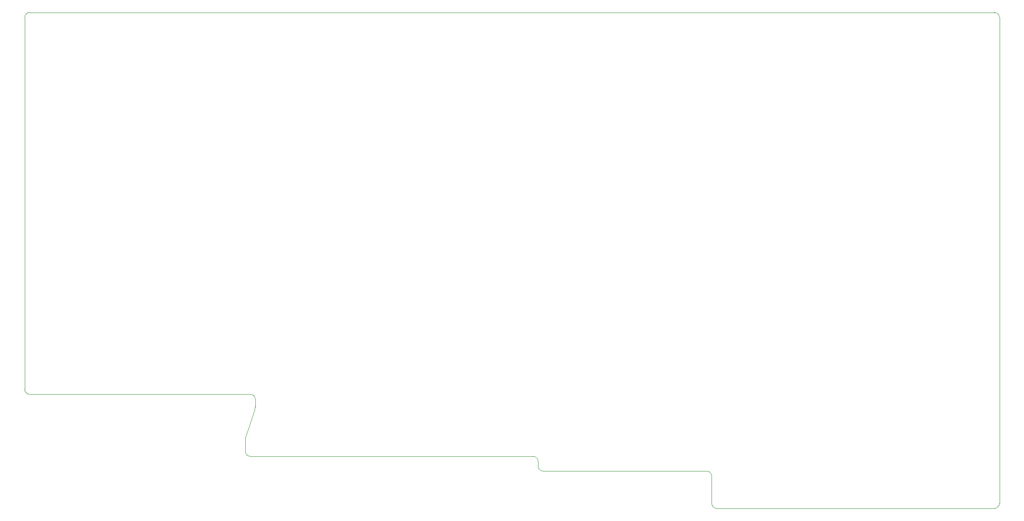
<source format=gm1>
%TF.GenerationSoftware,KiCad,Pcbnew,(6.0.8)*%
%TF.CreationDate,2023-04-06T15:31:32+10:00*%
%TF.ProjectId,drazie,6472617a-6965-42e6-9b69-6361645f7063,rev?*%
%TF.SameCoordinates,Original*%
%TF.FileFunction,Profile,NP*%
%FSLAX46Y46*%
G04 Gerber Fmt 4.6, Leading zero omitted, Abs format (unit mm)*
G04 Created by KiCad (PCBNEW (6.0.8)) date 2023-04-06 15:31:32*
%MOMM*%
%LPD*%
G01*
G04 APERTURE LIST*
%TA.AperFunction,Profile*%
%ADD10C,0.100000*%
%TD*%
G04 APERTURE END LIST*
D10*
X59000000Y-90500000D02*
X59000000Y-92000000D01*
X13500000Y-89500000D02*
X58000000Y-89500000D01*
X12500000Y-13500000D02*
X12500000Y-88500000D01*
X208000000Y-12500000D02*
X13500000Y-12500000D01*
X209000000Y-13500000D02*
X209000000Y-111500000D01*
X152000000Y-112500000D02*
X208000000Y-112500000D01*
X151000000Y-106000000D02*
X151000000Y-111500000D01*
X117000000Y-105000000D02*
X150000000Y-105000000D01*
X116000000Y-103000000D02*
X116000000Y-104000000D01*
X115000000Y-102000000D02*
X58000000Y-102000000D01*
X208000000Y-112500000D02*
G75*
G03*
X209000000Y-111500000I0J1000000D01*
G01*
X209000000Y-13500000D02*
G75*
G03*
X208000000Y-12500000I-1000000J0D01*
G01*
X13500000Y-12500000D02*
G75*
G03*
X12500000Y-13500000I0J-1000000D01*
G01*
X12500000Y-88500000D02*
G75*
G03*
X13500000Y-89500000I1000000J0D01*
G01*
X59000000Y-90500000D02*
G75*
G03*
X58000000Y-89500000I-1000000J0D01*
G01*
X57000000Y-98500000D02*
X57000000Y-101000000D01*
X58894427Y-92447214D02*
X57105573Y-98052786D01*
X58894427Y-92447214D02*
G75*
G03*
X59000000Y-92000000I-894427J447214D01*
G01*
X57105573Y-98052786D02*
G75*
G03*
X57000000Y-98500000I894427J-447214D01*
G01*
X57000000Y-101000000D02*
G75*
G03*
X58000000Y-102000000I1000000J0D01*
G01*
X116000000Y-103000000D02*
G75*
G03*
X115000000Y-102000000I-1000000J0D01*
G01*
X116000000Y-104000000D02*
G75*
G03*
X117000000Y-105000000I1000000J0D01*
G01*
X151000000Y-106000000D02*
G75*
G03*
X150000000Y-105000000I-1000000J0D01*
G01*
X151000000Y-111500000D02*
G75*
G03*
X152000000Y-112500000I1000000J0D01*
G01*
M02*

</source>
